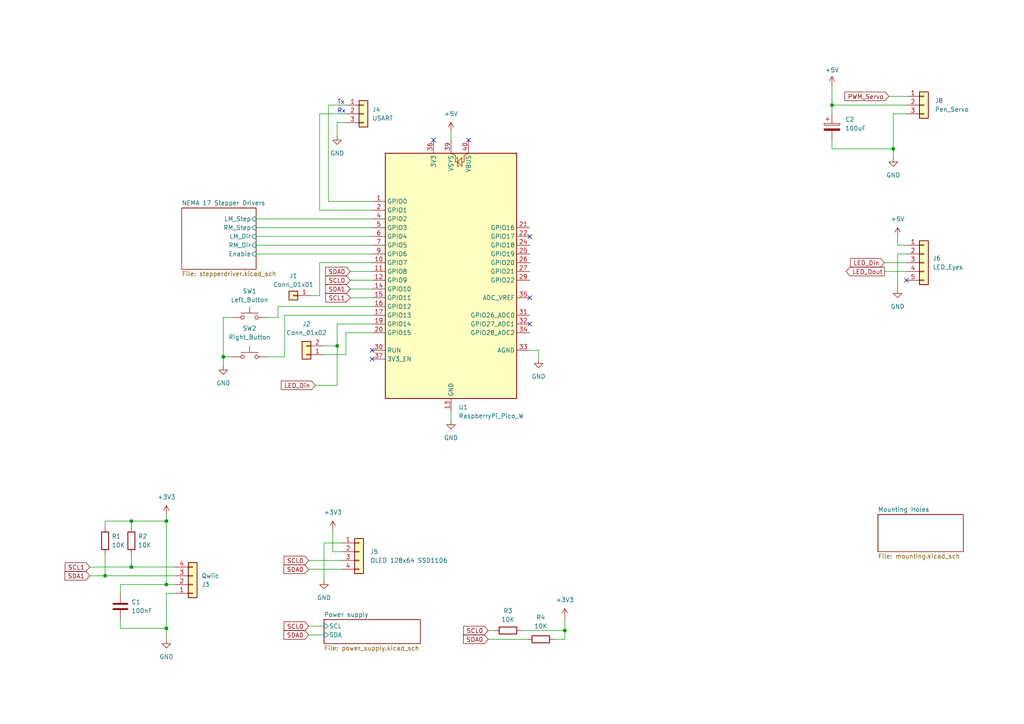
<source format=kicad_sch>
(kicad_sch (version 20231120) (generator "eeschema") (generator_version "8.0")
  (paper "A4")
  (title_block (title "Valiant Turtle 2") (date "2024-01-05") (rev "1_0") (company "https://www.waitingforfriday.com") (comment 1 "(c) 2024 Simon Inns") (comment 2 "License: Attribution-ShareAlike 4.0 International (CC BY-SA 4.0)"))
  (lib_symbols
    (symbol "Connector_Generic:Conn_01x01" (pin_names (offset 1.016) hide)
      (property "Reference" "J" (at 0 2.54 0))
      (property "Value" "Conn_01x01" (at 0 -2.54 0))
      (symbol "Conn_01x01_1_1"
        (rectangle (start -1.27 0.127) (end 0 -0.127) (stroke (width 0.1524)))
        (rectangle (start -1.27 1.27) (end 1.27 -1.27) (stroke (width 0.254)) (fill (type background)))
        (pin passive line (at -5.08 0 0) (length 3.81) (name "Pin_1") (number "1"))
      )
    )
    (symbol "Connector_Generic:Conn_01x02" (pin_names (offset 1.016) hide)
      (property "Reference" "J" (at 0 2.54 0))
      (property "Value" "Conn_01x02" (at 0 -5.08 0))
      (symbol "Conn_01x02_1_1"
        (rectangle (start -1.27 -2.413) (end 0 -2.667) (stroke (width 0.1524)))
        (rectangle (start -1.27 0.127) (end 0 -0.127) (stroke (width 0.1524)))
        (rectangle (start -1.27 1.27) (end 1.27 -3.81) (stroke (width 0.254)) (fill (type background)))
        (pin passive line (at -5.08 0 0) (length 3.81) (name "Pin_1") (number "1"))
        (pin passive line (at -5.08 -2.54 0) (length 3.81) (name "Pin_2") (number "2"))
      )
    )
    (symbol "Connector_Generic:Conn_01x03" (pin_names (offset 1.016) hide)
      (property "Reference" "J" (at 0 5.08 0))
      (property "Value" "Conn_01x03" (at 0 -5.08 0))
      (symbol "Conn_01x03_1_1"
        (rectangle (start -1.27 -2.413) (end 0 -2.667) (stroke (width 0.1524)))
        (rectangle (start -1.27 0.127) (end 0 -0.127) (stroke (width 0.1524)))
        (rectangle (start -1.27 2.667) (end 0 2.413) (stroke (width 0.1524)))
        (rectangle (start -1.27 3.81) (end 1.27 -3.81) (stroke (width 0.254)) (fill (type background)))
        (pin passive line (at -5.08 2.54 0) (length 3.81) (name "Pin_1") (number "1"))
        (pin passive line (at -5.08 0 0) (length 3.81) (name "Pin_2") (number "2"))
        (pin passive line (at -5.08 -2.54 0) (length 3.81) (name "Pin_3") (number "3"))
      )
    )
    (symbol "Connector_Generic:Conn_01x04" (pin_names (offset 1.016) hide)
      (property "Reference" "J" (at 0 5.08 0))
      (property "Value" "Conn_01x04" (at 0 -7.62 0))
      (symbol "Conn_01x04_1_1"
        (rectangle (start -1.27 -4.953) (end 0 -5.207) (stroke (width 0.1524)))
        (rectangle (start -1.27 -2.413) (end 0 -2.667) (stroke (width 0.1524)))
        (rectangle (start -1.27 0.127) (end 0 -0.127) (stroke (width 0.1524)))
        (rectangle (start -1.27 2.667) (end 0 2.413) (stroke (width 0.1524)))
        (rectangle (start -1.27 3.81) (end 1.27 -6.35) (stroke (width 0.254)) (fill (type background)))
        (pin passive line (at -5.08 2.54 0) (length 3.81) (name "Pin_1") (number "1"))
        (pin passive line (at -5.08 0 0) (length 3.81) (name "Pin_2") (number "2"))
        (pin passive line (at -5.08 -2.54 0) (length 3.81) (name "Pin_3") (number "3"))
        (pin passive line (at -5.08 -5.08 0) (length 3.81) (name "Pin_4") (number "4"))
      )
    )
    (symbol "Connector_Generic:Conn_01x05" (pin_names (offset 1.016) hide)
      (property "Reference" "J" (at 0 7.62 0))
      (property "Value" "Conn_01x05" (at 0 -7.62 0))
      (symbol "Conn_01x05_1_1"
        (rectangle (start -1.27 -4.953) (end 0 -5.207) (stroke (width 0.1524)))
        (rectangle (start -1.27 -2.413) (end 0 -2.667) (stroke (width 0.1524)))
        (rectangle (start -1.27 0.127) (end 0 -0.127) (stroke (width 0.1524)))
        (rectangle (start -1.27 2.667) (end 0 2.413) (stroke (width 0.1524)))
        (rectangle (start -1.27 5.207) (end 0 4.953) (stroke (width 0.1524)))
        (rectangle (start -1.27 6.35) (end 1.27 -6.35) (stroke (width 0.254)) (fill (type background)))
        (pin passive line (at -5.08 5.08 0) (length 3.81) (name "Pin_1") (number "1"))
        (pin passive line (at -5.08 2.54 0) (length 3.81) (name "Pin_2") (number "2"))
        (pin passive line (at -5.08 0 0) (length 3.81) (name "Pin_3") (number "3"))
        (pin passive line (at -5.08 -2.54 0) (length 3.81) (name "Pin_4") (number "4"))
        (pin passive line (at -5.08 -5.08 0) (length 3.81) (name "Pin_5") (number "5"))
      )
    )
    (symbol "Device:C" (pin_numbers hide) (pin_names (offset 0.254))
      (property "Reference" "C" (at 0.635 2.54 0))
      (property "Value" "C" (at 0.635 -2.54 0))
      (symbol "C_0_1"
        (polyline (pts (xy -2.032 -0.762) (xy 2.032 -0.762)) (stroke (width 0.508)))
        (polyline (pts (xy -2.032 0.762) (xy 2.032 0.762)) (stroke (width 0.508)))
      )
      (symbol "C_1_1"
        (pin passive line (at 0 3.81 270) (length 2.794) (name "~") (number "1"))
        (pin passive line (at 0 -3.81 90) (length 2.794) (name "~") (number "2"))
      )
    )
    (symbol "Device:C_Polarized" (pin_numbers hide) (pin_names (offset 0.254))
      (property "Reference" "C" (at 0.635 2.54 0))
      (property "Value" "C_Polarized" (at 0.635 -2.54 0))
      (symbol "C_Polarized_0_1"
        (rectangle (start -2.286 0.508) (end 2.286 1.016))
        (polyline (pts (xy -1.778 2.286) (xy -0.762 2.286)))
        (polyline (pts (xy -1.27 2.794) (xy -1.27 1.778)))
        (rectangle (start 2.286 -0.508) (end -2.286 -1.016) (fill (type outline)))
      )
      (symbol "C_Polarized_1_1"
        (pin passive line (at 0 3.81 270) (length 2.794) (name "~") (number "1"))
        (pin passive line (at 0 -3.81 90) (length 2.794) (name "~") (number "2"))
      )
    )
    (symbol "Device:R" (pin_numbers hide) (pin_names (offset 0))
      (property "Reference" "R" (at 2.032 0 90))
      (property "Value" "R" (at 0 0 90))
      (symbol "R_0_1"
        (rectangle (start -1.016 -2.54) (end 1.016 2.54) (stroke (width 0.254)))
      )
      (symbol "R_1_1"
        (pin passive line (at 0 3.81 270) (length 1.27) (name "~") (number "1"))
        (pin passive line (at 0 -3.81 90) (length 1.27) (name "~") (number "2"))
      )
    )
    (symbol "MCU_Module_RaspberryPi_Pico:RaspberryPi_Pico_W"
      (property "Reference" "U" (at -19.05 38.1 0))
      (property "Value" "RaspberryPi_Pico_W" (at 7.62 38.1 0))
      (symbol "RaspberryPi_Pico_W_0_1"
        (rectangle (start -19.05 36.83) (end 19.05 -34.29) (stroke (width 0.254)) (fill (type background)))
        (polyline (pts (xy 0 36.83) (xy 1.27 36.195) (xy 1.27 34.29) (xy 1.905 34.29)))
        (polyline (pts (xy 1.905 34.29) (xy 3.175 35.56) (xy 3.175 33.02) (xy 1.905 34.29)))
        (polyline (pts (xy 5.08 36.83) (xy 3.81 36.195) (xy 3.81 34.29) (xy 3.175 34.29)))
        (polyline (pts (xy 1.651 35.306) (xy 1.651 35.56) (xy 1.905 35.56) (xy 1.905 33.02) (xy 2.159 33.02) (xy 2.159 33.274)))
      )
      (symbol "RaspberryPi_Pico_W_1_1"
        (pin bidirectional line (at -22.86 22.86 0) (length 3.81) (name "GPIO0") (number "1"))
        (pin bidirectional line (at -22.86 5.08 0) (length 3.81) (name "GPIO7") (number "10"))
        (pin bidirectional line (at -22.86 2.54 0) (length 3.81) (name "GPIO8") (number "11"))
        (pin bidirectional line (at -22.86 0 0) (length 3.81) (name "GPIO9") (number "12"))
        (pin power_out line (at 0 -38.1 90) (length 3.81) (name "GND") (number "13"))
        (pin bidirectional line (at -22.86 -2.54 0) (length 3.81) (name "GPIO10") (number "14"))
        (pin bidirectional line (at -22.86 -5.08 0) (length 3.81) (name "GPIO11") (number "15"))
        (pin bidirectional line (at -22.86 -7.62 0) (length 3.81) (name "GPIO12") (number "16"))
        (pin bidirectional line (at -22.86 -10.16 0) (length 3.81) (name "GPIO13") (number "17"))
        (pin passive line (at 0 -38.1 90) (length 3.81) hide (name "GND") (number "18"))
        (pin bidirectional line (at -22.86 -12.7 0) (length 3.81) (name "GPIO14") (number "19"))
        (pin bidirectional line (at -22.86 20.32 0) (length 3.81) (name "GPIO1") (number "2"))
        (pin bidirectional line (at -22.86 -15.24 0) (length 3.81) (name "GPIO15") (number "20"))
        (pin bidirectional line (at 22.86 15.24 180) (length 3.81) (name "GPIO16") (number "21"))
        (pin bidirectional line (at 22.86 12.7 180) (length 3.81) (name "GPIO17") (number "22"))
        (pin passive line (at 0 -38.1 90) (length 3.81) hide (name "GND") (number "23"))
        (pin bidirectional line (at 22.86 10.16 180) (length 3.81) (name "GPIO18") (number "24"))
        (pin bidirectional line (at 22.86 7.62 180) (length 3.81) (name "GPIO19") (number "25"))
        (pin bidirectional line (at 22.86 5.08 180) (length 3.81) (name "GPIO20") (number "26"))
        (pin bidirectional line (at 22.86 2.54 180) (length 3.81) (name "GPIO21") (number "27"))
        (pin passive line (at 0 -38.1 90) (length 3.81) hide (name "GND") (number "28"))
        (pin bidirectional line (at 22.86 0 180) (length 3.81) (name "GPIO22") (number "29"))
        (pin passive line (at 0 -38.1 90) (length 3.81) hide (name "GND") (number "3"))
        (pin input line (at -22.86 -20.32 0) (length 3.81) (name "RUN") (number "30"))
        (pin bidirectional line (at 22.86 -10.16 180) (length 3.81) (name "GPIO26_ADC0") (number "31"))
        (pin bidirectional line (at 22.86 -12.7 180) (length 3.81) (name "GPIO27_ADC1") (number "32"))
        (pin power_in line (at 22.86 -20.32 180) (length 3.81) (name "AGND") (number "33"))
        (pin bidirectional line (at 22.86 -15.24 180) (length 3.81) (name "GPIO28_ADC2") (number "34"))
        (pin power_in line (at 22.86 -5.08 180) (length 3.81) (name "ADC_VREF") (number "35"))
        (pin power_out line (at -5.08 40.64 270) (length 3.81) (name "3V3") (number "36"))
        (pin input line (at -22.86 -22.86 0) (length 3.81) (name "3V3_EN") (number "37"))
        (pin passive line (at 0 -38.1 90) (length 3.81) hide (name "GND") (number "38"))
        (pin power_in line (at 0 40.64 270) (length 3.81) (name "VSYS") (number "39"))
        (pin bidirectional line (at -22.86 17.78 0) (length 3.81) (name "GPIO2") (number "4"))
        (pin power_out line (at 5.08 40.64 270) (length 3.81) (name "VBUS") (number "40"))
        (pin bidirectional line (at -22.86 15.24 0) (length 3.81) (name "GPIO3") (number "5"))
        (pin bidirectional line (at -22.86 12.7 0) (length 3.81) (name "GPIO4") (number "6"))
        (pin bidirectional line (at -22.86 10.16 0) (length 3.81) (name "GPIO5") (number "7"))
        (pin passive line (at 0 -38.1 90) (length 3.81) hide (name "GND") (number "8"))
        (pin bidirectional line (at -22.86 7.62 0) (length 3.81) (name "GPIO6") (number "9"))
      )
    )
    (symbol "Switch:SW_Push" (pin_numbers hide) (pin_names (offset 1.016) hide)
      (property "Reference" "SW" (at 1.27 2.54 0))
      (property "Value" "SW_Push" (at 0 -1.524 0))
      (symbol "SW_Push_0_1"
        (circle (center -2.032 0) (radius 0.508))
        (polyline (pts (xy 0 1.27) (xy 0 3.048)))
        (polyline (pts (xy 2.54 1.27) (xy -2.54 1.27)))
        (circle (center 2.032 0) (radius 0.508))
        (pin passive line (at -5.08 0 0) (length 2.54) (name "1") (number "1"))
        (pin passive line (at 5.08 0 180) (length 2.54) (name "2") (number "2"))
      )
    )
    (symbol "power:+3V3" (power) (pin_names (offset 0))
      (property "Value" "+3V3" (at 0 3.556 0))
      (symbol "+3V3_0_1"
        (polyline (pts (xy -0.762 1.27) (xy 0 2.54)))
        (polyline (pts (xy 0 0) (xy 0 2.54)))
        (polyline (pts (xy 0 2.54) (xy 0.762 1.27)))
      )
      (symbol "+3V3_1_1"
        (pin power_in line (at 0 0 90) (length 0) hide (name "+3V3") (number "1"))
      )
    )
    (symbol "power:+5V" (power) (pin_names (offset 0))
      (property "Value" "+5V" (at 0 3.556 0))
      (symbol "+5V_0_1"
        (polyline (pts (xy -0.762 1.27) (xy 0 2.54)))
        (polyline (pts (xy 0 0) (xy 0 2.54)))
        (polyline (pts (xy 0 2.54) (xy 0.762 1.27)))
      )
      (symbol "+5V_1_1"
        (pin power_in line (at 0 0 90) (length 0) hide (name "+5V") (number "1"))
      )
    )
    (symbol "power:GND" (power) (pin_names (offset 0))
      (property "Value" "GND" (at 0 -3.81 0))
      (symbol "GND_0_1"
        (polyline (pts (xy 0 0) (xy 0 -1.27) (xy 1.27 -1.27) (xy 0 -2.54) (xy -1.27 -1.27) (xy 0 -1.27)))
      )
      (symbol "GND_1_1"
        (pin power_in line (at 0 0 270) (length 0) hide (name "GND") (number "1"))
      )
    )
  )
  (junction (at 48.26 151.13))
  (junction (at 64.77 103.505))
  (junction (at 241.3 30.48))
  (junction (at 38.1 151.13))
  (junction (at 259.08 43.18))
  (junction (at 48.26 169.545))
  (junction (at 30.48 167.005))
  (junction (at 38.1 164.465))
  (junction (at 48.26 182.245))
  (junction (at 97.79 100.33))
  (junction (at 163.83 182.88))
  (no_connect (at 107.95 104.14))
  (no_connect (at 339.09 -2.54))
  (no_connect (at 153.67 93.98))
  (no_connect (at 262.89 81.28))
  (no_connect (at 125.73 40.64))
  (no_connect (at 135.89 40.64))
  (no_connect (at 107.95 101.6))
  (no_connect (at 153.67 68.58))
  (no_connect (at 153.67 86.36))
  (wire (pts (xy 80.645 92.075) (xy 80.645 88.9)))
  (wire (pts (xy 89.535 181.61) (xy 93.98 181.61)))
  (wire (pts (xy 259.08 43.18) (xy 259.08 45.72)))
  (wire (pts (xy 153.67 101.6) (xy 156.21 101.6)))
  (wire (pts (xy 97.79 93.98) (xy 107.95 93.98)))
  (wire (pts (xy 30.48 151.13) (xy 38.1 151.13)))
  (wire (pts (xy 92.71 76.2) (xy 107.95 76.2)))
  (wire (pts (xy 95.25 58.42) (xy 95.25 30.48)))
  (wire (pts (xy 262.89 33.02) (xy 259.08 33.02)))
  (wire (pts (xy 260.35 73.66) (xy 260.35 83.82)))
  (wire (pts (xy 30.48 160.655) (xy 30.48 167.005)))
  (wire (pts (xy 89.535 184.15) (xy 93.98 184.15)))
  (wire (pts (xy 74.295 73.66) (xy 107.95 73.66)))
  (wire (pts (xy 141.605 182.88) (xy 143.51 182.88)))
  (wire (pts (xy 130.81 119.38) (xy 130.81 121.92)))
  (wire (pts (xy 26.035 164.465) (xy 38.1 164.465)))
  (wire (pts (xy 82.55 103.505) (xy 77.47 103.505)))
  (wire (pts (xy 241.3 30.48) (xy 241.3 33.02)))
  (wire (pts (xy 93.98 100.33) (xy 97.79 100.33)))
  (wire (pts (xy 97.79 35.56) (xy 100.33 35.56)))
  (wire (pts (xy 141.605 185.42) (xy 153.035 185.42)))
  (wire (pts (xy 77.47 92.075) (xy 80.645 92.075)))
  (wire (pts (xy 99.06 157.48) (xy 93.98 157.48)))
  (wire (pts (xy 241.3 40.64) (xy 241.3 43.18)))
  (wire (pts (xy 74.295 66.04) (xy 107.95 66.04)))
  (wire (pts (xy 74.295 71.12) (xy 107.95 71.12)))
  (wire (pts (xy 48.26 151.13) (xy 48.26 169.545)))
  (wire (pts (xy 101.6 86.36) (xy 107.95 86.36)))
  (wire (pts (xy 82.55 91.44) (xy 82.55 103.505)))
  (wire (pts (xy 26.035 167.005) (xy 30.48 167.005)))
  (wire (pts (xy 96.52 153.67) (xy 96.52 160.02)))
  (wire (pts (xy 48.26 149.225) (xy 48.26 151.13)))
  (wire (pts (xy 50.8 169.545) (xy 48.26 169.545)))
  (wire (pts (xy 64.77 103.505) (xy 64.77 106.045)))
  (wire (pts (xy 89.535 162.56) (xy 99.06 162.56)))
  (wire (pts (xy 97.79 111.76) (xy 97.79 100.33)))
  (wire (pts (xy 38.1 151.13) (xy 38.1 153.035)))
  (wire (pts (xy 257.81 27.94) (xy 262.89 27.94)))
  (wire (pts (xy 89.535 165.1) (xy 99.06 165.1)))
  (wire (pts (xy 38.1 151.13) (xy 48.26 151.13)))
  (wire (pts (xy 74.295 68.58) (xy 107.95 68.58)))
  (wire (pts (xy 262.89 73.66) (xy 260.35 73.66)))
  (wire (pts (xy 97.79 39.37) (xy 97.79 35.56)))
  (wire (pts (xy 74.295 63.5) (xy 107.95 63.5)))
  (wire (pts (xy 90.17 85.725) (xy 92.71 85.725)))
  (wire (pts (xy 262.89 71.12) (xy 260.35 71.12)))
  (wire (pts (xy 34.925 182.245) (xy 48.26 182.245)))
  (wire (pts (xy 92.71 85.725) (xy 92.71 76.2)))
  (wire (pts (xy 99.06 160.02) (xy 96.52 160.02)))
  (wire (pts (xy 163.83 182.88) (xy 163.83 185.42)))
  (wire (pts (xy 101.6 83.82) (xy 107.95 83.82)))
  (wire (pts (xy 97.79 100.33) (xy 97.79 93.98)))
  (wire (pts (xy 93.98 102.87) (xy 100.33 102.87)))
  (wire (pts (xy 48.26 182.245) (xy 48.26 185.42)))
  (wire (pts (xy 91.44 111.76) (xy 97.79 111.76)))
  (wire (pts (xy 30.48 167.005) (xy 50.8 167.005)))
  (wire (pts (xy 38.1 164.465) (xy 50.8 164.465)))
  (wire (pts (xy 50.8 172.085) (xy 48.26 172.085)))
  (wire (pts (xy 107.95 60.96) (xy 92.71 60.96)))
  (wire (pts (xy 93.98 157.48) (xy 93.98 168.275)))
  (wire (pts (xy 92.71 60.96) (xy 92.71 33.02)))
  (wire (pts (xy 101.6 81.28) (xy 107.95 81.28)))
  (wire (pts (xy 64.77 92.075) (xy 64.77 103.505)))
  (wire (pts (xy 163.83 179.07) (xy 163.83 182.88)))
  (wire (pts (xy 107.95 58.42) (xy 95.25 58.42)))
  (wire (pts (xy 160.655 185.42) (xy 163.83 185.42)))
  (wire (pts (xy 34.925 172.085) (xy 34.925 169.545)))
  (wire (pts (xy 34.925 179.705) (xy 34.925 182.245)))
  (wire (pts (xy 34.925 169.545) (xy 48.26 169.545)))
  (wire (pts (xy 259.08 33.02) (xy 259.08 43.18)))
  (wire (pts (xy 130.81 38.1) (xy 130.81 40.64)))
  (wire (pts (xy 64.77 103.505) (xy 67.31 103.505)))
  (wire (pts (xy 67.31 92.075) (xy 64.77 92.075)))
  (wire (pts (xy 156.21 101.6) (xy 156.21 104.14)))
  (wire (pts (xy 80.645 88.9) (xy 107.95 88.9)))
  (wire (pts (xy 256.54 78.74) (xy 262.89 78.74)))
  (wire (pts (xy 241.3 30.48) (xy 262.89 30.48)))
  (wire (pts (xy 92.71 33.02) (xy 100.33 33.02)))
  (wire (pts (xy 107.95 91.44) (xy 82.55 91.44)))
  (wire (pts (xy 241.3 24.765) (xy 241.3 30.48)))
  (wire (pts (xy 100.33 96.52) (xy 107.95 96.52)))
  (wire (pts (xy 101.6 78.74) (xy 107.95 78.74)))
  (wire (pts (xy 241.3 43.18) (xy 259.08 43.18)))
  (wire (pts (xy 260.35 71.12) (xy 260.35 68.58)))
  (wire (pts (xy 30.48 153.035) (xy 30.48 151.13)))
  (wire (pts (xy 38.1 160.655) (xy 38.1 164.465)))
  (wire (pts (xy 100.33 102.87) (xy 100.33 96.52)))
  (wire (pts (xy 151.13 182.88) (xy 163.83 182.88)))
  (wire (pts (xy 95.25 30.48) (xy 100.33 30.48)))
  (wire (pts (xy 256.54 76.2) (xy 262.89 76.2)))
  (wire (pts (xy 48.26 172.085) (xy 48.26 182.245)))
  (text "Rx" (at 97.79 33.02 0) (effects (font (size 1.27 1.27)) (justify left bottom)))
  (text "Tx" (at 97.79 30.48 0) (effects (font (size 1.27 1.27)) (justify left bottom)))
  (global_label "LED_Dout" (shape output) (at 256.54 78.74 180) (property "Intersheetrefs" "${INTERSHEET_REFS}" (effects (hide yes))))
  (global_label "SCL0" (shape input) (at 89.535 181.61 180) (property "Intersheetrefs" "${INTERSHEET_REFS}" (effects (hide yes))))
  (global_label "SDA0" (shape input) (at 141.605 185.42 180) (property "Intersheetrefs" "${INTERSHEET_REFS}" (effects (hide yes))))
  (global_label "SCL0" (shape input) (at 89.535 162.56 180) (property "Intersheetrefs" "${INTERSHEET_REFS}" (effects (hide yes))))
  (global_label "PWM_Servo" (shape input) (at 257.81 27.94 180) (property "Intersheetrefs" "${INTERSHEET_REFS}" (effects (hide yes))))
  (global_label "SCL1" (shape input) (at 26.035 164.465 180) (property "Intersheetrefs" "${INTERSHEET_REFS}" (effects (hide yes))))
  (global_label "SDA1" (shape input) (at 26.035 167.005 180) (property "Intersheetrefs" "${INTERSHEET_REFS}" (effects (hide yes))))
  (global_label "LED_Din" (shape input) (at 256.54 76.2 180) (property "Intersheetrefs" "${INTERSHEET_REFS}" (effects (hide yes))))
  (global_label "SDA1" (shape input) (at 101.6 83.82 180) (property "Intersheetrefs" "${INTERSHEET_REFS}" (effects (hide yes))))
  (global_label "SCL1" (shape input) (at 101.6 86.36 180) (property "Intersheetrefs" "${INTERSHEET_REFS}" (effects (hide yes))))
  (global_label "LED_Din" (shape input) (at 91.44 111.76 180) (property "Intersheetrefs" "${INTERSHEET_REFS}" (effects (hide yes))))
  (global_label "SCL0" (shape input) (at 101.6 81.28 180) (property "Intersheetrefs" "${INTERSHEET_REFS}" (effects (hide yes))))
  (global_label "SDA0" (shape input) (at 89.535 165.1 180) (property "Intersheetrefs" "${INTERSHEET_REFS}" (effects (hide yes))))
  (global_label "SCL0" (shape input) (at 141.605 182.88 180) (property "Intersheetrefs" "${INTERSHEET_REFS}" (effects (hide yes))))
  (global_label "SDA0" (shape input) (at 101.6 78.74 180) (property "Intersheetrefs" "${INTERSHEET_REFS}" (effects (hide yes))))
  (global_label "SDA0" (shape input) (at 89.535 184.15 180) (property "Intersheetrefs" "${INTERSHEET_REFS}" (effects (hide yes))))
  (symbol (lib_id "MCU_Module_RaspberryPi_Pico:RaspberryPi_Pico_W") (at 130.81 81.28 0) (unit 1)
    (property "Reference" "U1" (at 133.0041 118.11 0) (effects (justify left)))
    (property "Value" "RaspberryPi_Pico_W" (at 133.0041 120.65 0) (effects (justify left)))
    (property "Footprint" "Module_RaspberryPi_Pico:RaspberryPi_Pico_Common" (effects (hide yes)))
    (property "Datasheet" "https://datasheets.raspberrypi.com/picow/pico-w-datasheet.pdf" (effects (hide yes)))
  )
  (symbol (lib_id "power:GND") (at 156.21 104.14 0) (unit 1)
    (property "Reference" "#PWR09" (effects (hide yes)))
    (property "Value" "GND" (at 156.21 109.22 0))
  )
  (symbol (lib_id "power:GND") (at 260.35 83.82 0) (unit 1)
    (property "Reference" "#PWR035" (effects (hide yes)))
    (property "Value" "GND" (at 260.35 88.9 0))
  )
  (symbol (lib_id "Device:R") (at 38.1 156.845 0) (unit 1)
    (property "Reference" "R2" (at 40.005 155.575 0) (effects (justify left)))
    (property "Value" "10K" (at 40.005 158.115 0) (effects (justify left)))
    (property "Footprint" "Resistor_SMD:R_0805_2012Metric_Pad1.20x1.40mm_HandSolder" (effects (hide yes)))
  )
  (symbol (lib_id "Connector_Generic:Conn_01x03") (at 267.97 30.48 0) (unit 1)
    (property "Reference" "J8" (at 271.145 29.21 0) (effects (justify left)))
    (property "Value" "Pen_Servo" (at 271.145 31.75 0) (effects (justify left)))
    (property "Footprint" "Connector_PinHeader_2.54mm:PinHeader_1x03_P2.54mm_Vertical" (effects (hide yes)))
  )
  (symbol (lib_id "Connector_Generic:Conn_01x01") (at 85.09 85.725 180) (unit 1)
    (property "Reference" "J1" (at 85.09 80.01 0))
    (property "Value" "Conn_01x01" (at 85.09 82.55 0))
    (property "Footprint" "Connector_PinHeader_2.54mm:PinHeader_1x01_P2.54mm_Vertical" (effects (hide yes)))
  )
  (symbol (lib_id "power:GND") (at 64.77 106.045 0) (unit 1)
    (property "Reference" "#PWR01" (effects (hide yes)))
    (property "Value" "GND" (at 64.77 111.125 0))
  )
  (symbol (lib_id "Connector_Generic:Conn_01x04") (at 55.88 169.545 0) (mirror x) (unit 1)
    (property "Reference" "J3" (at 58.42 169.545 0) (effects (justify left)))
    (property "Value" "Qwiic" (at 58.42 167.005 0) (effects (justify left)))
    (property "Footprint" "Connector_JST:JST_SH_SM04B-SRSS-TB_1x04-1MP_P1.00mm_Horizontal" (effects (hide yes)))
  )
  (symbol (lib_id "Device:R") (at 30.48 156.845 0) (unit 1)
    (property "Reference" "R1" (at 32.385 155.575 0) (effects (justify left)))
    (property "Value" "10K" (at 32.385 158.115 0) (effects (justify left)))
    (property "Footprint" "Resistor_SMD:R_0805_2012Metric_Pad1.20x1.40mm_HandSolder" (effects (hide yes)))
  )
  (symbol (lib_id "power:+3V3") (at 96.52 153.67 0) (unit 1)
    (property "Reference" "#PWR08" (effects (hide yes)))
    (property "Value" "+3V3" (at 96.52 148.59 0))
  )
  (symbol (lib_id "Connector_Generic:Conn_01x05") (at 267.97 76.2 0) (unit 1)
    (property "Reference" "J6" (at 270.51 74.9299 0) (effects (justify left)))
    (property "Value" "LED_Eyes" (at 270.51 77.4699 0) (effects (justify left)))
    (property "Description" "Generic connector, single row, 01x05, script generated (kicad-library-utils/schlib/autogen/connector/)" (effects (hide yes)))
  )
  (symbol (lib_id "power:+3V3") (at 48.26 149.225 0) (unit 1)
    (property "Reference" "#PWR02" (effects (hide yes)))
    (property "Value" "+3V3" (at 48.26 144.145 0))
  )
  (symbol (lib_id "Connector_Generic:Conn_01x04") (at 104.14 160.02 0) (unit 1)
    (property "Reference" "J5" (at 107.315 160.02 0) (effects (justify left)))
    (property "Value" "OLED 128x64 SSD1106" (at 107.315 162.56 0) (effects (justify left)))
    (property "Footprint" "Connector_PinHeader_2.54mm:PinHeader_1x04_P2.54mm_Vertical" (effects (hide yes)))
  )
  (symbol (lib_id "Connector_Generic:Conn_01x03") (at 105.41 33.02 0) (unit 1)
    (property "Reference" "J4" (at 107.95 31.75 0) (effects (justify left)))
    (property "Value" "USART" (at 107.95 34.29 0) (effects (justify left)))
    (property "Footprint" "Connector_PinHeader_2.54mm:PinHeader_1x03_P2.54mm_Vertical" (effects (hide yes)))
  )
  (symbol (lib_id "Switch:SW_Push") (at 72.39 103.505 0) (unit 1)
    (property "Reference" "SW2" (at 72.39 95.25 0))
    (property "Value" "Right_Button" (at 72.39 97.79 0))
    (property "Footprint" "Button_Switch_SMD:SW_Push_1P1T_NO_6x6mm_H9.5mm" (effects (hide yes)))
  )
  (symbol (lib_id "power:GND") (at 48.26 185.42 0) (unit 1)
    (property "Reference" "#PWR03" (effects (hide yes)))
    (property "Value" "GND" (at 48.26 190.5 0))
  )
  (symbol (lib_id "power:GND") (at 130.81 121.92 0) (unit 1)
    (property "Reference" "#PWR06" (effects (hide yes)))
    (property "Value" "GND" (at 130.81 127 0))
  )
  (symbol (lib_id "power:+5V") (at 241.3 24.765 0) (unit 1)
    (property "Reference" "#PWR011" (effects (hide yes)))
    (property "Value" "+5V" (at 241.3 20.32 0))
  )
  (symbol (lib_id "Connector_Generic:Conn_01x02") (at 88.9 102.87 180) (unit 1)
    (property "Reference" "J2" (at 88.9 93.98 0))
    (property "Value" "Conn_01x02" (at 88.9 96.52 0))
    (property "Footprint" "Connector_PinHeader_2.54mm:PinHeader_1x02_P2.54mm_Vertical" (effects (hide yes)))
  )
  (symbol (lib_id "Device:R") (at 156.845 185.42 90) (unit 1)
    (property "Reference" "R4" (at 156.845 179.07 90))
    (property "Value" "10K" (at 156.845 181.61 90))
    (property "Footprint" "Resistor_SMD:R_0805_2012Metric_Pad1.20x1.40mm_HandSolder" (effects (hide yes)))
  )
  (symbol (lib_id "power:+3V3") (at 163.83 179.07 0) (unit 1)
    (property "Reference" "#PWR010" (effects (hide yes)))
    (property "Value" "+3V3" (at 163.83 173.99 0))
  )
  (symbol (lib_id "power:GND") (at 97.79 39.37 0) (unit 1)
    (property "Reference" "#PWR04" (effects (hide yes)))
    (property "Value" "GND" (at 97.79 44.45 0))
  )
  (symbol (lib_id "Device:C_Polarized") (at 241.3 36.83 0) (unit 1)
    (property "Reference" "C2" (at 245.11 34.671 0) (effects (justify left)))
    (property "Value" "100uF" (at 245.11 37.211 0) (effects (justify left)))
    (property "Footprint" "Capacitor_SMD:CP_Elec_8x6.2" (effects (hide yes)))
  )
  (symbol (lib_id "power:GND") (at 259.08 45.72 0) (unit 1)
    (property "Reference" "#PWR012" (effects (hide yes)))
    (property "Value" "GND" (at 259.08 50.8 0))
  )
  (symbol (lib_id "Device:R") (at 147.32 182.88 90) (unit 1)
    (property "Reference" "R3" (at 147.32 177.165 90))
    (property "Value" "10K" (at 147.32 179.705 90))
    (property "Footprint" "Resistor_SMD:R_0805_2012Metric_Pad1.20x1.40mm_HandSolder" (effects (hide yes)))
  )
  (symbol (lib_id "power:+5V") (at 130.81 38.1 0) (unit 1)
    (property "Reference" "#PWR05" (effects (hide yes)))
    (property "Value" "+5V" (at 130.81 33.02 0))
  )
  (symbol (lib_id "Device:C") (at 34.925 175.895 0) (unit 1)
    (property "Reference" "C1" (at 38.1 174.625 0) (effects (justify left)))
    (property "Value" "100nF" (at 38.1 177.165 0) (effects (justify left)))
    (property "Footprint" "Capacitor_SMD:C_0805_2012Metric_Pad1.18x1.45mm_HandSolder" (effects (hide yes)))
  )
  (symbol (lib_id "power:GND") (at 93.98 168.275 0) (unit 1)
    (property "Reference" "#PWR07" (effects (hide yes)))
    (property "Value" "GND" (at 93.98 173.355 0))
  )
  (symbol (lib_id "power:+5V") (at 260.35 68.58 0) (unit 1)
    (property "Reference" "#PWR034" (effects (hide yes)))
    (property "Value" "+5V" (at 260.35 63.5 0))
  )
  (symbol (lib_id "Switch:SW_Push") (at 72.39 92.075 0) (unit 1)
    (property "Reference" "SW1" (at 72.39 84.455 0))
    (property "Value" "Left_Button" (at 72.39 86.995 0))
    (property "Footprint" "Button_Switch_SMD:SW_Push_1P1T_NO_6x6mm_H9.5mm" (effects (hide yes)))
  )
  (sheet (at 52.705 60.325) (size 21.59 17.78) (stroke (width 0.1524))
    (property "Sheetname" "NEMA 17 Stepper Drivers" (at 52.705 59.6134 0) (effects (justify left bottom)))
    (property "Sheetfile" "stepperdriver.kicad_sch" (at 52.705 78.6896 0) (effects (justify left top)))
    (pin "LM_Step" input (at 74.295 63.5 0))
    (pin "LM_Dir" input (at 74.295 68.58 0))
    (pin "Enable" input (at 74.295 73.66 0))
    (pin "RM_Dir" input (at 74.295 71.12 0))
    (pin "RM_Step" input (at 74.295 66.04 0))
  )
  (sheet (at 254.635 149.225) (size 24.765 10.795) (stroke (width 0.1524))
    (property "Sheetname" "Mounting Holes" (at 254.635 148.5134 0) (effects (justify left bottom)))
    (property "Sheetfile" "mounting.kicad_sch" (at 254.635 160.6046 0) (effects (justify left top)))
  )
  (sheet (at 93.98 179.705) (size 27.94 6.985) (stroke (width 0.1524))
    (property "Sheetname" "Power supply" (at 93.98 178.9934 0) (effects (justify left bottom)))
    (property "Sheetfile" "power_supply.kicad_sch" (at 93.98 187.2746 0) (effects (justify left top)))
    (pin "SDA" input (at 93.98 184.15 180))
    (pin "SCL" input (at 93.98 181.61 180))
  )
)
</source>
